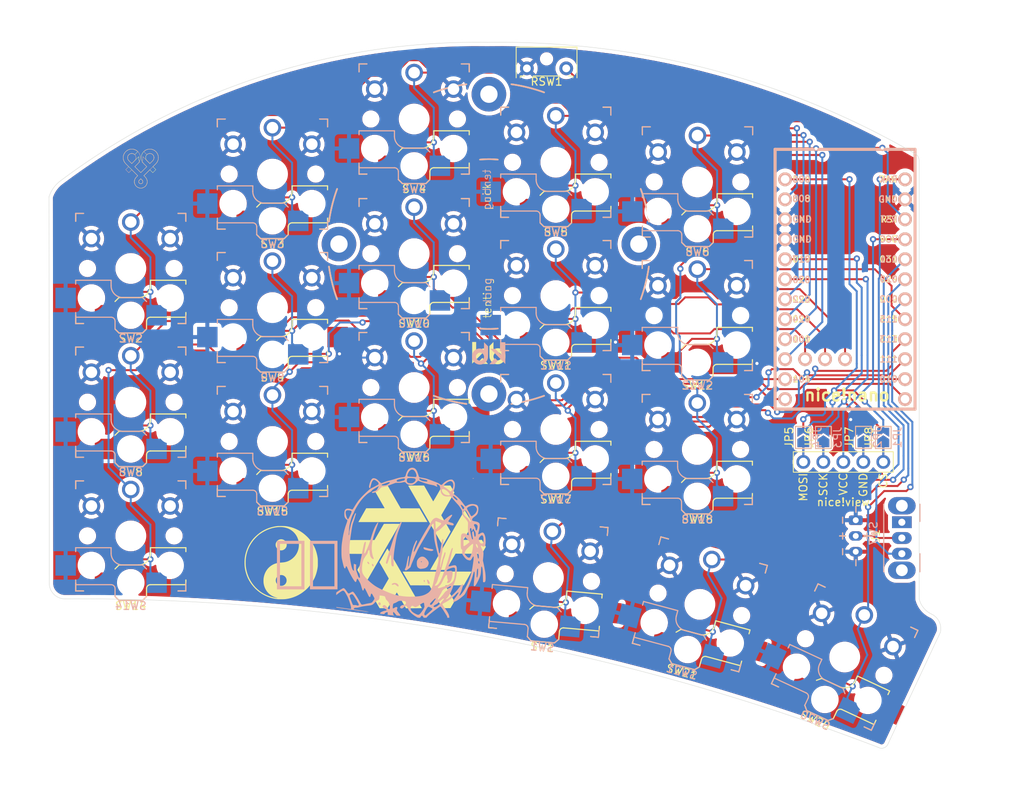
<source format=kicad_pcb>
(kicad_pcb (version 20240108) (generator "pcbnew") (generator_version "8.0")
  (layers (0 "F.Cu" signal) (31 "B.Cu" signal) (34 "B.Paste" user) (35 "F.Paste" user) (36 "B.SilkS" user "B.Silkscreen") (37 "F.SilkS" user "F.Silkscreen") (38 "B.Mask" user) (39 "F.Mask" user) (44 "Edge.Cuts" user))
  (net 0 "")
  (net 1 "gnd")
  (net 2 "vcc")
  (net 3 "Switch18")
  (net 4 "reset")
  (net 5 "Switch1")
  (net 6 "Switch2")
  (net 7 "Switch3")
  (net 8 "Switch4")
  (net 9 "Switch5")
  (net 10 "Switch6")
  (net 11 "Switch7")
  (net 12 "Switch8")
  (net 13 "Switch9")
  (net 14 "Switch10")
  (net 15 "Switch11")
  (net 16 "Switch12")
  (net 17 "Switch13")
  (net 18 "Switch14")
  (net 19 "Switch15")
  (net 20 "Switch16")
  (net 21 "Switch17")
  (net 22 "raw")
  (net 23 "mosi")
  (net 24 "sck")
  (net 25 "nv_cs")
  (net 26 "Net-(J1-Pad2)")
  (net 28 "Net-(Display1-Pad1)")
  (net 29 "Net-(Display1-Pad2)")
  (net 30 "Net-(Display1-Pad4)")
  (net 31 "Net-(Display1-Pad5)")
  (footprint "fingerpunch:Kailh_socket_PG1350_optional_reversible_millmax" (layer "F.Cu") (at 128.012593 64.223504 180)
    (property "Reference" "SW4")
    (property "Value" "SW_Push")
  )
  (footprint "fingerpunch:nice_view" (layer "F.Cu") (at 182.538795 91.340794)
    (property "Reference" "Display1")
    (property "Value" "nice!view")
  )
  (footprint "fingerpunch:Kailh_socket_PG1350_optional_reversible_millmax" (layer "F.Cu") (at 182.712596 132.623502 155)
    (property "Reference" "SW20")
    (property "Value" "SW_Push")
  )
  (footprint "LOGO" (layer "F.Cu") (at 111.122647 120.620209)
    (property "Reference" " ")
    (property "Value" "LOGO" (hide yes))
  )
  (footprint "fingerpunch:fingerpunch-logo-small" (layer "F.Cu") (at 93.285729 70.328502)
    (property "Reference" "REF**")
    (property "Value" "fingerpunch-logo-small")
  )
  (footprint "fingerpunch:Kailh_socket_PG1350_optional_reversible_millmax" (layer "F.Cu") (at 92.012594 83.223504 180)
    (property "Reference" "SW2")
    (property "Value" "SW_Push")
  )
  (footprint "Keebio-Parts:SW_Tactile_SPST_Angled_MJTP1117-no-mount" (layer "F.Cu") (at 142.337594 57.786006)
    (property "Reference" "RSW1")
    (property "Value" "SW_Push")
  )
  (footprint "fingerpunch:nice_nano" (layer "F.Cu") (at 182.762593 85.860254 -90)
    (property "Reference" "U1" (hide yes))
    (property "Value" "nice_nano" (hide yes))
  )
  (footprint "Jumper:SolderJumper-2_P1.3mm_Open_TrianglePad1.0x1.5mm" (layer "F.Cu") (at 185.095729 104.703502 90)
    (property "Reference" "JP7")
    (property "Value" "Jumper_2_Open")
  )
  (footprint "fingerpunch:Kailh_socket_PG1350_optional_reversible_millmax" (layer "F.Cu") (at 163.992594 89.213504 180)
    (property "Reference" "SW12")
    (property "Value" "SW_Push")
  )
  (footprint "Jumper:SolderJumper-2_P1.3mm_Open_TrianglePad1.0x1.5mm" (layer "F.Cu") (at 180.005729 104.708502 90)
    (property "Reference" "JP6")
    (property "Value" "Jumper_2_Open")
  )
  (footprint "fingerpunch:Kailh_socket_PG1350_optional_reversible_millmax" (layer "F.Cu") (at 164.012592 72.223504 180)
    (property "Reference" "SW6")
    (property "Value" "SW_Push")
  )
  (footprint "Jumper:SolderJumper-2_P1.3mm_Open_TrianglePad1.0x1.5mm" (layer "F.Cu") (at 187.615729 104.708502 90)
    (property "Reference" "JP8")
    (property "Value" "Jumper_2_Open")
  )
  (footprint "fingerpunch:JST_PH_S3B-PH-K-keyboard" (layer "F.Cu") (at 184.118795 115.230793 -90)
    (property "Reference" "J1")
    (property "Value" "JST-BATTERY")
  )
  (footprint "fingerpunch:Kailh_socket_PG1350_optional_reversible_millmax" (layer "F.Cu") (at 146.012596 86.673507 180)
    (property "Reference" "SW11")
    (property "Value" "SW_Push")
  )
  (footprint "fingerpunch:Kailh_socket_PG1350_optional_reversible_millmax" (layer "F.Cu") (at 92.012594 117.223501 180)
    (property "Reference" "SW14")
    (property "Value" "SW_Push")
  )
  (footprint "fingerpunch:Kailh_socket_PG1350_optional_reversible_millmax" (layer "F.Cu") (at 110.012593 105.215503 180)
    (property "Reference" "SW15")
    (property "Value" "SW_Push")
  )
  (footprint "fingerpunch:Kailh_socket_PG1350_optional_reversible_millmax" (layer "F.Cu") (at 146.012594 103.691507 180)
    (property "Reference" "SW17")
    (property "Value" "SW_Push")
  )
  (footprint "fingerpunch:Kailh_socket_PG1350_optional_reversible_millmax" (layer "F.Cu") (at 145.062593 122.523502 175)
    (property "Reference" "SW1")
    (property "Value" "SW_Push")
  )
  (footprint "kbd:Tenting_Puck2" (layer "F.Cu") (at 137.512595 80.123505)
    (property "Reference" "REF**")
    (property "Value" "Tenting Puck")
  )
  (footprint "LOGO" (layer "F.Cu") (at 128.122647 118.620209)
    (property "Reference" " ")
    (property "Value" "LOGO" (hide yes))
  )
  (footprint "fingerpunch:Kailh_socket_PG1350_optional_reversible_millmax" (layer "F.Cu") (at 92.012594 100.223504 180)
    (property "Reference" "SW8")
    (property "Value" "SW_Push")
  )
  (footprint "fingerpunch:Kailh_socket_PG1350_optional_reversible_millmax" (layer "F.Cu") (at 110.012596 71.223504 180)
    (property "Reference" "SW3")
    (property "Value" "SW_Push")
  )
  (footprint "fingerpunch:Kailh_socket_PG1350_optional_reversible_millmax" (layer "F.Cu") (at 128.012592 98.357505 180)
    (property "Reference" "SW16")
    (property "Value" "SW_Push")
  )
  (footprint "fingerpunch:Kailh_socket_PG1350_optional_reversible_millmax" (layer "F.Cu") (at 163.986248 106.231504 180)
    (property "Reference" "SW18")
    (property "Value" "SW_Push")
  )
  (footprint "fingerpunch:Kailh_socket_PG1350_optional_reversible_millmax" (layer "F.Cu") (at 146.012594 69.723505 180)
    (property "Reference" "SW5")
    (property "Value" "SW_Push")
  )
  (footprint "fingerpunch:Kailh_socket_PG1350_optional_reversible_millmax" (layer "F.Cu") (at 164.312592 125.923505 165)
    (property "Reference" "SW21")
    (property "Value" "SW_Push")
  )
  (footprint "Jumper:SolderJumper-2_P1.3mm_Open_TrianglePad1.0x1.5mm" (layer "F.Cu") (at 177.455729 104.708502 90)
    (property "Reference" "JP5")
    (property "Value" "Jumper_2_Open")
  )
  (footprint "fingerpunch:Kailh_socket_PG1350_optional_reversible_millmax" (layer "F.Cu") (at 128.012595 81.339504 180)
    (property "Reference" "SW10")
    (property "Value" "SW_Push")
  )
  (footprint "fingerpunch:Kailh_socket_PG1350_optional_reversible_millmax" (layer "F.Cu") (at 110.012596 88.197504 180)
    (property "Reference" "SW9")
    (property "Value" "SW_Push")
  )
  (footprint "fingerpunch:SW_CuK_OS102011MA1QN1_SPDT_Angled" (layer "B.Cu") (at 189.975729 115.488502 -90)
    (property "Reference" "SW7")
    (property "Value" "SW_DPDT")
  )
  (footprint "Jumper:SolderJumper-2_P1.3mm_Open_TrianglePad1.0x1.5mm" (layer "B.Cu") (at 180.005729 104.708502 90)
    (property "Reference" "JP3")
    (property "Value" "Jumper_2_Open")
  )
  (footprint "fingerpunch:fingerpunch-logo-small" (layer "B.Cu") (at 93.285729 70.328502 180)
    (property "Reference" "REF**")
    (property "Value" "fingerpunch-logo-small")
  )
  (footprint "LOGO" (layer "B.Cu") (at 128.122647 117.620209 180)
    (property "Reference" " ")
    (property "Value" "LOGO" (hide yes))
  )
  (footprint "Jumper:SolderJumper-2_P1.3mm_Open_TrianglePad1.0x1.5mm" (layer "B.Cu") (at 187.615729 104.708502 90)
    (property "Reference" "JP1")
    (property "Value" "Jumper_2_Open")
  )
  (footprint "Jumper:SolderJumper-2_P1.3mm_Open_TrianglePad1.0x1.5mm" (layer "B.Cu") (at 185.095729 104.708502 90)
    (property "Reference" "JP2")
    (property "Value" "Jumper_2_Open")
  )
  (footprint "Jumper:SolderJumper-2_P1.3mm_Open_TrianglePad1.0x1.5mm" (layer "B.Cu") (at 177.455729 104.708502 90)
    (property "Reference" "JP4")
    (property "Value" "Jumper_2_Open")
  )
  (gr_line (start 194.865609 129.495665) (end 188.175213 143.768739) (stroke (width 0.05)) (layer "Edge.Cuts"))
  (gr_arc (start 83.700594 125.224627) (mid 136.214649 129.849161) (end 186.968386 144.102946) (stroke (width 0.05)) (layer "Edge.Cuts"))
  (gr_line (start 81.622647 74.120209) (end 81.662846 123.388528) (stroke (width 0.05)) (layer "Edge.Cuts"))
  (gr_arc (start 191.812594 68.723505) (mid 192.082515 69.085344) (end 192.174595 69.527278) (stroke (width 0.05)) (layer "Edge.Cuts"))
  (gr_arc (start 83.049589 72.106505) (mid 108.714151 58.777534) (end 137.312596 54.481013) (stroke (width 0.05)) (layer "Edge.Cuts"))
  (gr_arc (start 83.700594 125.224627) (mid 82.313154 124.715621) (end 81.662846 123.388528) (stroke (width 0.05)) (layer "Edge.Cuts"))
  (gr_arc (start 193.715609 127.145666) (mid 194.714155 128.113398) (end 194.865609 129.495665) (stroke (width 0.05)) (layer "Edge.Cuts"))
  (gr_arc (start 193.715609 127.145666) (mid 192.729004 126.357835) (end 192.174594 125.223504) (stroke (width 0.05)) (layer "Edge.Cuts"))
  (gr_arc (start 188.175213 143.768739) (mid 187.642072 144.189617) (end 186.968386 144.102946) (stroke (width 0.05)) (layer "Edge.Cuts"))
  (gr_line (start 192.174595 69.527278) (end 192.174594 125.223504) (stroke (width 0.05)) (layer "Edge.Cuts"))
  (gr_arc (start 137.312596 54.481013) (mid 165.533994 57.885124) (end 191.812594 68.723505) (stroke (width 0.05)) (layer "Edge.Cuts"))
  (gr_arc (start 81.622647 74.120209) (mid 82.179516 73.002386) (end 83.049589 72.106505) (stroke (width 0.05)) (layer "Edge.Cuts"))
  (gr_text "レム" (at 118.622647 123.620209 -0) (layer "B.SilkS") (effects (font (size 5 5) (thickness 0.875)) (justify left bottom mirror)))
  (segment (start 118.525729 92.185637) (end 118.287596 91.947504) (width 0.25) (layer "F.Cu") (net 1))
  (segment (start 153.595729 92.588502) (end 153.595729 91.115374) (width 0.25) (layer "F.Cu") (net 1))
  (segment (start 183.475729 102.428502) (end 181.560729 102.428502) (width 0.25) (layer "F.Cu") (net 1))
  (segment (start 118.525729 94.078502) (end 118.525729 92.185637) (width 0.25) (layer "F.Cu") (net 1))
  (segment (start 172.267594 94.596637) (end 172.267594 92.963504) (width 0.25) (layer "F.Cu") (net 1))
  (segment (start 153.595729 91.115374) (end 154.287596 90.423507) (width 0.25) (layer "F.Cu") (net 1))
  (segment (start 181.560729 102.428502) (end 180.005729 103.983502) (width 0.25) (layer "F.Cu") (net 1))
  (segment (start 171.565729 95.298502) (end 172.267594 94.596637) (width 0.25) (layer "F.Cu") (net 1))
  (via (at 171.565729 95.298502) (size 0.8) (drill 0.4) (layers "F.Cu" "B.Cu") (net 1))
  (via (at 183.475729 102.428502) (size 0.8) (drill 0.4) (layers "F.Cu" "B.Cu") (net 1))
  (via (at 153.595729 92.588502) (size 0.8) (drill 0.4) (layers "F.Cu" "B.Cu") (net 1))
  (via (at 118.525729 94.078502) (size 0.8) (drill 0.4) (layers "F.Cu" "B.Cu") (net 1))
  (segment (start 119.004732 94.557505) (end 118.525729 94.078502) (width 0.25) (layer "B.Cu") (net 1))
  (segment (start 171.575729 95.288502) (end 171.565729 95.298502) (width 0.25) (layer "B.Cu") (net 1))
  (segment (start 155.717594 92.963504) (end 153.970731 92.963504) (width 0.25) (layer "B.Cu") (net 1))
  (segment (start 123.012592 94.557505) (end 119.004732 94.557505) (width 0.25) (layer "B.Cu") (net 1))
  (segment (start 153.970731 92.963504) (end 153.595729 92.588502) (width 0.25) (layer "B.Cu") (net 1))
  (segment (start 168.992594 85.413504) (end 171.575729 87.996639) (width 0.25) (layer "B.Cu") (net 1))
  (segment (start 185.030729 103.983502) (end 183.475729 102.428502) (width 0.25) (layer "B.Cu") (net 1))
  (segment (start 171.575729 87.996639) (end 171.575729 93.858502) (width 0.25) (layer "B.Cu") (net 1))
  (segment (start 185.095729 103.983502) (end 185.030729 103.983502) (width 0.25) (layer "B.Cu") (net 1))
  (segment (start 171.575729 93.858502) (end 171.575729 95.288502) (width 0.25) (layer "B.Cu") (net 1))
  (segment (start 186.317481 79.510254) (end 190.382593 79.510254) (width 0.25) (layer "F.Cu") (net 2))
  (via (at 186.317481 79.510254) (size 0.8) (drill 0.4) (layers "F.Cu" "B.Cu") (net 2))
  (segment (start 186.317481 97.61675) (end 186.317481 79.510254) (width 0.25) (layer "B.Cu") (net 2))
  (segment (start 182.538795 107.820794) (end 182.538795 101.395436) (width 0.25) (layer "B.Cu") (net 2))
  (segment (start 182.538795 101.395436) (end 186.317481 97.61675) (width 0.25) (layer "B.Cu") (net 2))
  (segment (start 181.658657 112.980563) (end 175.548658 119.090563) (width 0.25) (layer "F.Cu") (net 3))
  (segment (start 188.865729 110.088502) (end 186.540718 110.088502) (width 0.25) (layer "F.Cu") (net 3))
  (segment (start 186.540718 110.088502) (end 183.648657 112.980562) (width 0.25) (layer "F.Cu") (net 3))
  (segment (start 141.306712 127.770208) (end 144.124725 125.405614) (width 0.25) (layer "F.Cu") (net 3))
  (segment (start 156.304505 115.959803) (end 147.339031 115.175426) (width 0.25) (layer "F.Cu") (net 3))
  (segment (start 167.988657 119.090562) (end 156.304505 115.959803) (width 0.25) (layer "F.Cu") (net 3))
  (segment (start 183.648657 112.980562) (end 181.658657 112.980563) (width 0.25) (layer "F.Cu") (net 3))
  (segment (start 147.339031 115.175426) (end 146.726367 115.689512) (width 0.25) (layer "F.Cu") (net 3))
  (segment (start 175.548658 119.090563) (end 167.988657 119.090562) (width 0.25) (layer "F.Cu") (net 3))
  (segment (start 146.717571 115.688742) (end 145.576812 116.645953) (width 0.25) (layer "F.Cu") (net 3))
  (segment (start 146.726367 115.689512) (end 146.717571 115.688742) (width 0.25) (layer "F.Cu") (net 3))
  (segment (start 144.124725 125.405614) (end 147.282663 125.681898) (width 0.25) (layer "F.Cu") (net 3))
  (segment (start 141.273462 128.150266) (end 141.306712 127.770208) (width 0.25) (layer "F.Cu") (net 3))
  (via (at 147.282663 125.681898) (size 0.8) (drill 0.4) (layers "F.Cu" "B.Cu") (net 3))
  (via (at 188.865729 110.088502) (size 0.8) (drill 0.4) (layers "F.Cu" "B.Cu") (net 3))
  (segment (start 147.282663 125.681898) (end 147.666148 121.298642) (width 0.25) (layer "B.Cu") (net 3))
  (segment (start 190.195729 103.168502) (end 190.195729 107.038502) (width 0.25) (layer "B.Cu") (net 3))
  (segment (start 187.675729 84.757118) (end 187.675729 100.648502) (width 0.25) (layer "B.Cu") (net 3))
  (segment (start 147.798537 128.721136) (end 147.852043 128.109559) (width 0.25) (layer "B.Cu") (net 3))
  (segment (start 147.144085 127.265849) (end 147.282663 125.681898) (width 0.25) (layer "B.Cu") (net 3))
  (segment (start 145.397004 118.59438) (end 145.568794 116.630794) (width 0.25) (layer "B.Cu") (net 3))
  (segment (start 190.195729 108.758502) (end 188.865729 110.088502) (width 0.25) (layer "B.Cu") (net 3))
  (segment (start 147.666148 121.298642) (end 145.397004 118.59438) (width 0.25) (layer "B.Cu") (net 3))
  (segment (start 190.382593 82.050254) (end 187.675729 84.757118) (width 0.25) (layer "B.Cu") (net 3))
  (segment (start 147.852043 128.109559) (end 147.144085 127.265849) (width 0.25) (layer "B.Cu") (net 3))
  (segment (start 187.675729 100.648502) (end 190.195729 103.168502) (width 0.25) (layer "B.Cu") (net 3))
  (segment (start 190.195729 107.038502) (end 190.195729 108.758502) (width 0.25) (layer "B.Cu") (net 3))
  (segment (start 180.558888 67.890793) (end 177.178657 64.510562) (width 0.25) (layer "F.Cu") (net 4))
  (segment (start 173.508657 64.510562) (end 169.678658 60.680562) (width 0.25) (layer "F.Cu") (net 4))
  (segment (start 147.337593 57.786007) (end 150.232149 60.680562) (width 0.25) (layer "F.Cu") (net 4))
  (segment (start 150.232149 60.680562) (end 169.678658 60.680562) (width 0.25) (layer "F.Cu") (net 4))
  (segment (start 177.178657 64.510562) (end 173.508657 64.510562) (width 0.25) (layer "F.Cu") (net 4))
  (segment (start 187.498796 67.890793) (end 180.558888 67.890793) (width 0.25) (layer "F.Cu") (net 4))
  (via (at 187.498796 67.890793) (size 0.8) (drill 0.4) (layers "F.Cu" "B.Cu") (net 4))
  (segment (start 190.382593 76.970254) (end 188.185729 74.77339) (width 0.25) (layer "B.Cu") (net 4))
  (segment (start 188.185729 68.577726) (end 187.498796 67.890793) (width 0.25) (layer "B.Cu") (net 4))
  (segment (start 188.185729 74.77339) (end 188.185729 68.577726) (width 0.25) (layer "B.Cu") (net 4))
  (segment (start 88.733795 89.180793) (end 88.733796 88.799286) (width 0.25) (layer "F.Cu") (net 5))
  (segment (start 102.455537 66.880562) (end 92.012595 77.323504) (width 0.25) (layer "F.Cu") (net 5))
  (segment (start 169.148658 61.470563) (end 148.558657 61.470563) (width 0.25) (layer "F.Cu") (net 5))
  (segment (start 91.334996 86.198082) (end 94.504996 86.198082) (width 0.25) (layer "F.Cu") (net 5))
  (segment (start 88.733796 88.799286) (end 91.334996 86.198082) (width 0.25) (layer "F.Cu") (net 5))
  (segment (start 103.198658 66.880562) (end 102.455537 66.880562) (width 0.25) (layer "F.Cu") (net 5))
  (segment (start 139.028657 56.810562) (end 129.898656 56.810562) (width 0.25) (layer "F.Cu") (net 5))
  (segment (start 147.608658 60.520562) (end 142.738658 60.520562) (width 0.25) (layer "F.Cu") (net 5))
  (segment (start 129.028657 55.940562) (end 127.028658 55.940562) (width 0.25) (layer "F.Cu") (net 5))
  (segment (start 116.238657 63.720562) (end 106.358657 63.720562) (width 0.25) (layer "F.Cu") (net 5))
  (segment (start 173.078658 65.400561) (end 169.148658 61.470563) (width 0.25) (layer "F.Cu") (net 5))
  (segment (start 142.738658 60.520562) (end 139.028657 56.810562) (width 0.25) (layer "F.Cu") (net 5))
  (segment (start 124.948658 58.020562) (end 121.938657 58.020563) (width 0.25) (layer "F.Cu") (net 5))
  (segment (start 148.558657 61.470563) (end 147.608658 60.520562) (width 0.25) (layer "F.Cu") (net 5))
  (segment (start 176.638657 65.400562) (end 173.078658 65.400561) (width 0.25) (layer "F.Cu") (net 5))
  (segment (start 129.898656 56.810562) (end 129.028657 55.940562) (width 0.25) (layer "F.Cu") (net 5))
  (segment (start 127.028658 55.940562) (end 124.948658 58.020562) (width 0.25) (layer "F.Cu") (net 5))
  (segment (start 106.358657 63.720562) (end 103.198658 66.880562) (width 0.25) (layer "F.Cu") (net 5))
  (segment (start 121.938657 58.020563) (end 116.238657 63.720562) (width 0.25) (layer "F.Cu") (net 5))
  (via (at 94.504996 86.198082) (size 0.8) (drill 0.4) (layers "F.Cu" "B.Cu") (net 5))
  (via (at 176.638657 65.400562) (size 0.8) (drill 0.4) (layers "F.Cu" "B.Cu") (net 5))
  (segment (start 94.504998 81.798083) (end 92.008795 79.301882) (width 0.25) (layer "B.Cu") (net 5))
  (segment (start 94.504997 87.788083) (end 94.504996 86.198082) (width 0.25) (layer "B.Cu") (net 5))
  (segment (start 175.142593 74.430254) (end 176.638657 72.93419) (width 0.25) (layer "B.Cu") (net 5))
  (segment (start 176.638657 72.795574) (end 176.638657 65.400562) (width 0.25) (layer "B.Cu") (net 5))
  (segment (start 176.638657 72.93419) (end 176.638657 72.795574) (width 0.25) (layer "B.Cu") (net 5))
  (segment (start 95.283793 88.56688) (end 94.504997 87.788083) (width 0.25) (layer "B.Cu") (net 5))
  (segment (start 94.504996 86.198082) (end 94.504998 81.798083) (width 0.25) (layer "B.Cu") (net 5))
  (segment (start 92.008795 79.301882) (end 92.008794 77.330793) (width 0.25) (layer "B.Cu") (net 5))
  (segment (start 95.283796 89.180792) (end 95.283793 88.56688) (width 0.25) (layer "B.Cu") (net 5))
  (segment (start 172.708657 66.280562) (end 168.628657 62.200561) (width 0.25) (layer "F.Cu") (net 6))
  (segment (start 129.528657 57.610561) (end 128.668657 56.750563) (width 0.25) (layer "F.Cu") (net 6))
  (segment (start 142.638658 61.300562) (end 138.948657 57.610562) (width 0.25) (layer "F.Cu") (net 6))
  (segment (start 127.318658 56.750562) (end 125.338657 58.730562) (width 0.25) (layer "F.Cu") (net 6))
  (segment (start 147.148657 61.300562) (end 142.638658 61.300562) (width 0.25) (layer "F.Cu") (net 6))
  (segment (start 106.733796 77.170793) (end 106.733796 76.789285) (width 0.25) (layer "F.Cu") (net 6))
  (segment (start 148.048657 62.200562) (end 147.148657 61.300562) (width 0.25) (layer "F.Cu") (net 6))
  (segment (start 168.628657 62.200561) (end 148.048657 62.200562) (width 0.25) (layer "F.Cu") (net 6))
  (segment (start 106.733796 76.789285) (end 109.334996 74.188081) (width 0.25) (layer "F.Cu") (net 6))
  (segment (start 177.478658 66.280562) (end 172.708657 66.280562) (width 0.25) (layer "F.Cu") (net 6))
  (segment (start 125.338657 58.730562) (end 122.488658 58.730562) (width 0.25) (layer "F.Cu") (net 6))
  (segment (start 115.895715 65.323503) (end 110.012596 65.323505) (width 0.25) (layer "F.Cu") (net 6))
  (segment (start 138.948657 57.610562) (end 129.528657 57.610561) (width 0.25) (layer "F.Cu") (net 6))
  (segment (start 128.668657 56.750563) (end 127.318658 56.750562) (width 0.25) (layer "F.Cu") (net 6))
  (segment (start 109.334996 74.188081) (end 112.504997 74.188081) (width 0.25) (layer "F.Cu") (net 6))
  (segment (start 122.488658 58.730562) (end 115.895715 65.323503) (width 0.25) (layer "F.Cu") (net 6))
  (via (at 177.478658 66.280562) (size 0.8) (drill 0.4) (layers "F.Cu" "B.Cu") (net 6))
  (via (at 112.504997 74.188081) (size 0.8) (drill 0.4) (layers "F.Cu" "B.Cu") (net 6))
  (segment (start 112.504998 69.788083) (end 110.008794 67.291882) (width 0.25) (layer "B.Cu") (net 6))
  (segment (start 112.504998 75.778084) (end 112.504997 74.188081) (width 0.25) (layer "B.Cu") (net 6))
  (segment (start 110.008794 67.291882) (end 110.008795 65.320794) (width 0.25) (layer "B.Cu") (net 6))
  (segment (start 113.283796 76.556881) (end 112.504998 75.778084) (width 0.25) (layer "B.Cu") (net 6))
  (segment (start 113.283794 77.170792) (end 113.283796 76.556881) (width 0.25) (layer "B.Cu") (net 6))
  (segment (start 112.504997 74.188081) (end 112.504998 69.788083) (width 0.25) (layer "B.Cu") (net 6))
  (segment (start 177.478657 84.79419) (end 177.478658 66.280562) (width 0.25) (layer "B.Cu") (net 6))
  (segment (start 175.142593 87.130254) (end 177.478657 84.79419) (width 0.25) (layer "B.Cu") (net 6))
  (segment (start 138.821599 58.323504) (end 128.012594 58.323505) (width 0.25) (layer "F.Cu") (net 7))
  (segment (start 147.518657 63.000562) (end 146.658657 62.140562) (width 0.25) (layer "F.Cu") (net 7))
  (segment (start 172.368658 67.120562) (end 168.248658 63.000562) (width 0.25) (layer "F.Cu") (net 7))
  (segment (start 178.268657 67.120563) (end 172.368658 67.120562) (width 0.25) (layer "F.Cu") (net 7))
  (segment (start 124.737593 69.791995) (end 127.338796 67.190793) (width 0.25) (layer "F.Cu") (net 7))
  (segment (start 127.338796 67.190793) (end 130.508795 67.190795) (width 0.25) (layer "F.Cu") (net 7))
  (segment (start 168.248658 63.000562) (end 147.518657 63.000562) (width 0.25) (layer "F.Cu") (net 7))
  (segment (start 146.658657 62.140562) (end 142.638657 62.140562) (width 0.25) (layer "F.Cu") (net 7))
  (segment (start 142.638657 62.140562) (end 138.821599 58.323504) (width 0.25) (layer "F.Cu") (net 7))
  (segment (start 124.737593 70.173504) (end 124.737593 69.791995) (width 0.25) (layer "F.Cu") (net 7))
  (via (at 130.508795 67.190795) (size 0.8) (drill 0.4) (layers "F.Cu" "B.Cu") (net 7))
  (via (at 178.268657 67.120563) (size 0.8) (drill 0.4) (layers "F.Cu" "B.Cu") (net 7))
  (segment (start 131.287594 70.173504) (end 131.287593 69.559589) (width 0.25) (layer "B.Cu") (net 7))
  (segment (start 175.142593 89.670255) (end 178.268657 86.544191) (width 0.25) (layer "B.Cu") (net 7))
  (segment (start 130.508796 62.790793) (end 128.012593 60.294592) (width 0.25) (layer "B.Cu") (net 7))
  (segment (start 131.287593 69.559589) (end 130.508795 68.780794) (width 0.25) (layer "B.Cu") (net 7))
  (segment (start 178.268657 86.544191) (end 178.268657 67.120563) (width 0.25) (layer "B.Cu") (net 7))
  (segment (start 130.508795 68.780794) (end 130.508795 67.190795) (width 0.25) (layer "B.Cu") (net 7))
  (segment (start 128.012593 60.294592) (end 128.012593 58.323504) (width 0.25) (layer "B.Cu") (net 7))
  (segment (start 130.508795 67.190795) (end 130.508796 62.790793) (width 0.25) (layer "B.Cu") (net 7))
  (segment (start 142.732806 75.287761) (end 145.334007 72.686559) (width 0.25) (layer "F.Cu") (net 8))
  (segment (start 179.078658 67.960562) (end 172.048657 67.960563) (width 0.25) (layer "F.Cu") (net 8))
  (segment (start 167.9116 63.823505) (end 146.012594 63.823505) (width 0.25) (layer "F.Cu") (net 8))
  (segment (start 142.732806 75.669272) (end 142.732806 75.287761) (width 0.25) (layer "F.Cu") (net 8))
  (segment (start 145.334007 72.686559) (end 148.504007 72.686558) (width 0.25) (layer "F.Cu") (net 8))
  (segment (start 172.048657 67.960563) (end 167.9116 63.823505) (width 0.25) (layer "F.Cu") (net 8))
  (via (at 179.078658 67.960562) (size 0.8) (drill 0.4) (layers "F.Cu" "B.Cu") (net 8))
  (via (at 148.504007 72.686558) (size 0.8) (drill 0.4) (layers "F.Cu" "B.Cu") (net 8))
  (segment (start 179.078657 88.27419) (end 179.078658 67.960562) (width 0.25) (layer "B.Cu") (net 8))
  (segment (start 148.504007 72.686558) (end 148.504008 68.286559) (width 0.25) (layer "B.Cu") (net 8))
  (segment (start 149.282805 75.055358) (end 148.504008 74.276558) (width 0.25) (layer "B.Cu") (net 8))
  (segment (start 148.504008 68.286559) (end 146.007807 65.790358) (width 0.25) (layer "B.Cu") (net 8))
  (segment (start 146.007807 65.790358) (end 146.007807 63.81927) (width 0.25) (layer "B.Cu") (net 8))
  (segment (start 175.142593 92.210254) (end 179.078657 88.27419) (width 0.25) (layer "B.Cu") (net 8))
  (segment (start 148.504008 74.276558) (end 148.504007 72.686558) (width 0.25) (layer "B.Cu") (net 8))
  (segment (start 149.282806 75.66927) (end 149.282805 75.055358) (width 0.25) (layer "B.Cu") (net 8))
  (segment (start 171.828657 68.800563) (end 169.351599 66.323504) (width 0.25) (layer "F.Cu") (net 9))
  (segment (start 160.732944 78.169922) (end 160.732944 77.788413) (width 0.25) (layer "F.Cu") (net 9))
  (segment (start 179.868657 68.800562) (end 171.828657 68.800563) (width 0.25) (layer "F.Cu") (net 9))
  (segment (start 169.351599 66.323504) (end 164.012593 66.323504) (width 0.25) (layer "F.Cu") (net 9))
  (segment (start 163.334145 75.18721) (end 166.504145 75.187211) (width 0.25) (layer "F.Cu") (net 9))
  (segment (start 160.732944 77.788413) (end 163.334145 75.18721) (width 0.25) (layer "F.Cu") (net 9))
  (via (at 166.504145 75.187211) (size 0.8) (drill 0.4) (layers "F.Cu" "B.Cu") (net 9))
  (via (at 179.868657 68.800562) (size 0.8) (drill 0.4) (layers "F.Cu" "B.Cu") (net 9))
  (segment (start 167.282945 77.556009) (end 166.504146 76.777212) (width 0.25) (layer "B.Cu") (net 9))
  (segment (start 167.282944 78.169923) (end 167.282945 77.556009) (width 0.25) (layer "B.Cu") (net 9))
  (segment (start 166.504147 70.787211) (end 164.007944 68.291009) (width 0.25) (layer "B.Cu") (net 9))
  (segment (start 179.868658 90.02419) (end 179.868657 68.800562) (width 0.25) (layer "B.Cu") (net 9))
  (segment (start 166.504145 75.187211) (end 166.504147 70.787211) (width 0.25) (layer "B.Cu") (net 9))
  (segment (start 166.504146 76.777212) (end 166.504145 75.187211) (width 0.25) (layer "B.Cu") (net 9))
  (segment (start 175.142593 94.750255) (end 179.868658 90.02419) (width 0.25) (layer "B.Cu") (net 9))
  (segment (start 164.007944 68.291009) (end 164.007944 66.319922) (width 0.25) (layer "B.Cu") (net 9))
  (segment (start 114.83102 89.422926) (end 114.828657 89.420562) (width 0.25) (layer "F.Cu") (net 10))
  (segment (start 91.334997 103.188082) (end 94.504998 103.188082) (width 0.25) (layer "F.Cu") (net 10))
  (segment (start 114.828657 89.420562) (end 112.478657 89.420563) (width 0.25) (layer "F.Cu") (net 10))
  (segment (start 158.96835 97.290254) (end 156.248657 94.570562) (width 0.25) (layer "F.Cu") (net 10))
  (segment (start 107.108657 90.480562) (end 106.538658 89.910562) (width 0.25) (layer "F.Cu") (net 10))
  (segment (start 175.142594 97.290254) (end 158.96835 97.290254) (width 0.25) (layer "F.Cu") (net 10))
  (segment (start 111.418657 90.480562) (end 107.108657 90.480562) (width 0.25) (layer "F.Cu") (net 10))
  (segment (start 116.848657 89.230562) (end 116.656295 89.422925) (width 0.25) (layer "F.Cu") (net 10))
  (segment (start 156.248657 94.570562) (end 141.028658 94.570563) (width 0.25) (layer "F.Cu") (net 10))
  (segment (start 116.656295 89.422925) (end 114.83102 89.422926) (width 0.25) (layer "F.Cu") (net 10))
  (segment (start 106.538658 89.910562) (end 96.508657 89.910563) (width 0.25) (layer "F.Cu") (net 10))
  (segment (start 112.478657 89.420563) (end 111.418657 90.480562) (width 0.25) (layer "F.Cu") (net 10))
  (segment (start 88.733795 105.789285) (end 91.334997 103.188082) (width 0.25) (layer "F.Cu") (net 10))
  (segment (start 88.733795 106.170793) (end 88.733795 105.789285) (width 0.25) (layer "F.Cu") (net 10))
  (segment (start 96.508657 89.910563) (end 92.095715 94.323504) (width 0.25) (layer "F.Cu") (net 10))
  (segment (start 92.095715 94.323504) (end 92.012594 94.323504) (width 0.25) (layer "F.Cu") (net 10))
  (segment (start 135.688657 89.230562) (end 116.848657 89.230562) (width 0.25) (layer "F.Cu") (net 10))
  (segment (start 141.028658 94.570563) (end 135.688657 89.230562) (width 0.25) (layer "F.Cu") (net 10))
  (via (at 94.504998 103.188082) (size 0.8) (drill 0.4) (layers "F.Cu" "B.Cu") (net 10))
  (segment (start 95.283795 105.556881) (end 94.504998 104.778081) (width 0.25) (layer "B.Cu") (net 10))
  (segment (start 95.283794 106.170792) (end 95.283795 105.556881) (width 0.25) (layer "B.Cu") (net 10))
  (segment (start 92.008796 96.29188) (end 92.008795 94.320794) (width 0.25) (layer "B.Cu") (net 10))
  (segment (start 94.504998 104.778081) (end 94.504998 103.188082) (width 0.25) (layer "B.Cu") (net 10))
  (segment (start 94.504997 98.788083) (end 92.008796 96.29188) (width 0.25) (layer "B.Cu") (net 10))
  (segment (start 94.504998 103.188082) (end 94.504997 98.788083) (width 0.25) (layer "B.Cu") (net 10))
  (segment (start 155.778657 95.870563) (end 140.328657 95.870562) (width 0.25) (layer "F.Cu") (net 11))
  (segment (start 175.142593 99.830254) (end 173.158349 99.830254) (width 0.25) (layer "F.Cu") (net 11))
  (segment (start 120.928658 91.090563) (end 119.688658 89.850562) (width 0.25) (layer "F.Cu") (net 11))
  (segment (start 119.688658 89.850562) (end 117.078658 89.850562) (width 0.25) (layer "F.Cu") (net 11))
  (segment (start 106.733379 93.758275) (end 109.33458 91.157073) (width 0.25) (layer "F.Cu") (net 11))
  (segment (start 106.73338 94.139784) (end 106.733379 93.758275) (width 0.25) (layer "F.Cu") (net 11))
  (segment (start 113.601091 90.060562) (end 112.50458 91.157072) (width 0.25) (layer "F.Cu") (net 11))
  (segment (start 173.158349 99.830254) (end 171.808657 98.480562) (width 0.25) (layer "F.Cu") (net 11))
  (segment (start 117.078658 89.850562) (end 116.868657 90.060563) (width 0.25) (layer "F.Cu") (net 11))
  (segment (start 171.808657 98.480562) (end 158.388658 98.480562) (width 0.25) (layer "F.Cu") (net 11))
  (segment (start 109.33458 91.157073) (end 112.50458 91.157072) (width 0.25) (layer "F.Cu") (net 11))
  (segment (start 122.488657 90.610562) (end 122.008658 91.090562) (width 0.25) (layer "F.Cu") (net 11))
  (segment (start 135.068658 90.610562) (end 122.488657 90.610562) (width 0.25) (layer "F.Cu") (net 11))
  (segment (start 122.008658 91.090562) (end 120.928658 91.090563) (width 0.25) (layer "F.Cu") (net 11))
  (segment (start 158.388658 98.480562) (end 155.778657 95.870563) (width 0.25) (layer "F.Cu") (net 11))
  (segment (start 140.328657 95.870562) (end 135.068658 90.610562) (width 0.25) (layer "F.Cu") (net 11))
  (segment (start 116.868657 90.060563) (end 113.601091 90.060562) (width 0.25) (layer "F.Cu") (net 11))
  (via (at 112.50458 91.157072) (size 0.8) (drill 0.4) (layers "F.Cu" "B.Cu") (net 11))
  (segment (start 113.283379 94.139785) (end 113.283378 93.525872) (width 0.25) (layer "B.Cu") (net 11))
  (segment (start 110.008379 84.260872) (end 110.008379 82.289784) (width 0.25) (layer "B.Cu") (net 11))
  (segment (start 112.50458 92.747073) (end 112.50458 91.157072) (width 0.25) (layer "B.Cu") (net 11))
  (segment (start 112.504581 86.757073) (end 110.008379 84.260872) (width 0.25) (layer "B.Cu") (net 11))
  (segment (start 112.50458 91.157072) (end 112.504581 86.757073) (width 0.25) (layer "B.Cu") (net 11))
  (segment (start 113.283378 93.525872) (end 112.50458 92.747073) (width 0.25) (layer "B.Cu") (net 11))
  (segment (start 177.682593 92.324499) (end 176.288658 90.930562) (width 0.25) (layer "F.Cu") (net 12))
  (segment (start 158.038658 90.820562) (end 155.528658 88.310562) (width 0.25) (layer "F.Cu") (net 12))
  (segment (start 143.078658 88.200562) (end 132.898658 88.200562) (width 0.25) (layer "F.Cu") (net 12))
  (segment (start 148.148657 88.310562) (end 147.538658 88.920562) (width 0.25) (layer "F.Cu") (net 12))
  (segment (start 177.682593 94.750253) (end 177.682593 92.324499) (width 0.25) (layer "F.Cu") (net 12))
  (segment (start 124.733795 86.909284) (end 127.334997 84.308082) (width 0.25) (layer "F.Cu") (net 12))
  (segment (start 166.168658 90.930562) (end 165.618657 91.480562) (width 0.25) (layer "F.Cu") (net 12))
  (segment (start 155.528658 88.310562) (end 148.148657 88.310562) (width 0.25) (layer "F.Cu") (net 12))
  (segment (start 127.334997 84.308082) (end 130.504997 84.308082) (width 0.25) (layer "F.Cu") (net 12))
  (segment (start 165.618657 91.480562) (end 160.998658 91.480562) (width 0.25) (layer "F.Cu") (net 12))
  (segment (start 130.504996 85.806901) (end 130.504997 84.308082) (width 0.25) (layer "F.Cu") (net 12))
  (segment (start 147.538658 88.920562) (end 143.798657 88.920562) (width 0.25) (layer "F.Cu") (net 12))
  (segment (start 160.998658 91.480562) (end 160.338657 90.820562) (width 0.25) (layer "F.Cu") (net 12))
  (segment (start 143.798657 88.920562) (end 143.078658 88.200562) (width 0.25) (layer "F.Cu") (net 12))
  (segment (start 176.288658 90.930562) (end 166.168658 90.930562) (width 0.25) (layer "F.Cu") (net 12))
  (segment (start 160.338657 90.820562) (end 158.038658 90.820562) (width 0.25) (layer "F.Cu") (net 12))
  (segment (start 124.733794 87.290794) (end 124.733795 86.909284) (width 0.25) (layer "F.Cu") (net 12))
  (segment (start 132.898658 88.200562) (end 130.504996 85.806901) (width 0.25) (layer "F.Cu") (net 12))
  (via (at 130.504997 84.308082) (size 0.8) (drill 0.4) (layers "F.Cu" "B.Cu") (net 12))
  (segment (start 131.283794 86.676881) (end 130.504996 85.898082) (width 0.25) (layer "B.Cu") (net 12))
  (segment (start 130.504997 79.908082) (end 128.008795 77.41188) (width 0.25) (layer "B.Cu") (net 12))
  (segment (start 131.283796 87.290794) (end 131.283794 86.676881) (width 0.25) (layer "B.Cu") (net 12))
  (segment (start 130.504997 84.308082) (end 130.504997 79.908082) (width 0.25) (layer "B.Cu") (net 12))
  (segment (start 130.504996 85.898082) (end 130.504997 84.308082) (width 0.25) (layer "B.Cu") (net 12))
  (segment (start 128.008795 77.41188) (end 128.008795 75.440793) (width 0.25) (layer "B.Cu") (net 12))
  (segment (start 155.188657 87.740563) (end 152.658657 85.210562) (width 0.25) (layer "F.Cu") (net 13))
  (segment (start 176.678657 88.410562) (end 171.838657 88.410562) (width 0.25) (layer "F.Cu") (net 13))
  (segment (start 142.733781 92.620785) (end 142.733781 92.239277) (width 0.25) (layer "F.Cu") (net 13))
  (segment (start 166.288656 87.790563) (end 165.398657 86.900562) (width 0.25) (layer "F.Cu") (net 13))
  (segment (start 171.218658 87.790562) (end 166.288656 87.790563) (width 0.25) (layer "F.Cu") (net 13))
  (segment (start 162.438658 86.900562) (end 161.598657 87.740562) (width 0.25) (layer "F.Cu") (net 13))
  (segment (start 145.334982 89.638075) (end 148.504983 89.638076) (width 0.25) (layer "F.Cu") (net 13))
  (segment (start 161.598657 87.740562) (end 155.188657 87.740563) (width 0.25) (layer "F.Cu") (net 13))
  (segment (start 180.222593 91.954498) (end 176.678657 88.410562) (width 0.25) (layer "F.Cu") (net 13))
  (segment (start 150.768657 85.210563) (end 149.694984 86.284236) (width 0.25) (layer "F.Cu") (net 13))
  (segment (start 142.733781 92.239277) (end 145.334982 89.638075) (width 0.25) (layer "F.Cu") (net 13))
  (segment (start 149.694984 86.284236) (end 148.504983 86.284236) (width 0.25) (layer "F.Cu") (net 13))
  (segment (start 152.658657 85.210562) (end 150.768657 85.210563) (width 0.25) (layer "F.Cu") (net 13))
  (segment (start 180.222593 94.750254) (end 180.222593 91.954498) (width 0.25) (layer "F.Cu") (net 13))
  (segment (start 165.398657 86.900562) (end 162.438658 86.900562) (width 0.25) (layer "F.Cu") (net 13))
  (segment (start 171.838657 88.410562) (end 171.218658 87.790562) (width 0.25) (layer "F.Cu") (net 13))
  (via (at 148.504983 86.284236) (size 0.8) (drill 0.4) (layers "F.Cu" "B.Cu") (net 13))
  (via (at 148.504983 89.638076) (size 0.8) (drill 0.4) (layers "F.Cu" "B.Cu") (net 13))
  (segment (start 149.283781 92.006873) (end 148.504982 91.228075) (width 0.25) (layer "B.Cu") (net 13))
  (segment (start 148.504983 86.284236) (end 148.504983 85.238075) (width 0.25) (layer "B.Cu") (net 13))
  (segment (start 148.504982 91.228075) (end 148.504983 89.638076) (width 0.25) (layer "B.Cu") (net 13))
  (segment (start 146.00878 82.741872) (end 146.008781 80.770787) (width 0.25) (layer "B.Cu") (net 13))
  (segment (start 148.504983 89.638076) (end 148.504983 86.284236) (width 0.25) (layer "B.Cu") (net 13))
  (segment (start 148.504983 85.238075) (end 146.00878 82.741872) (width 0.25) (layer "B.Cu") (net 13))
  (segment (start 149.283782 92.620788) (end 149.283781 92.006873) (width 0.25) (layer "B.Cu") (net 13))
  (segment (start 182.762593 91.614498) (end 176.998657 85.850562) (width 0.25) (layer "F.Cu") (net 14))
  (segment (start 182.762593 94.750254) (end 182.762593 91.614498) (width 0.25) (layer "F.Cu") (net 14))
  (segment (start 160.712058 95.159257) (end 160.712058 94.777747) (width 0.25) (layer "F.Cu") (net 14))
  (segment (start 160.712058 94.777747) (end 163.313259 92.176548) (width 0.25) (layer "F.Cu") (net 14))
  (segment (start 176.998657 85.850562) (end 172.388657 85.850562) (width 0.25) (layer "F.Cu") (net 14))
  (segment (start 169.851599 83.313505) (end 163.992595 83.313505) (width 0.25) (layer "F.Cu") (net 14))
  (segment (start 172.388657 85.850562) (end 169.851599 83.313505) (width 0.25) (layer "F.Cu") (net 14))
  (segment (start 163.313259 92.176548) (end 166.483258 92.176546) (width 0.25) (layer "F.Cu") (net 14))
  (via (at 166.483258 92.176546) (size 0.8) (drill 0.4) (layers "F.Cu" "B.Cu") (net 14))
  (segment (start 166.483259 87.776548) (end 163.987056 85.280344) (width 0.25) (layer "B.Cu") (net 14))
  (segment (start 166.483258 92.176546) (end 166.483259 87.776548) (width 0.25) (layer "B.Cu") (net 14))
  (segment (start 166.48326 93.766546) (end 166.483258 92.176546) (width 0.25) (layer "B.Cu") (net 14))
  (segment (start 167.262057 94.545344) (end 166.48326 93.766546) (width 0.25) (layer "B.Cu") (net 14))
  (segment (start 163.987056 85.280344) (end 163.987057 83.309256) (width 0.25) (layer "B.Cu") (net 14))
  (segment (start 167.262057 95.159257) (end 167.262057 94.545344) (width 0.25) (layer "B.Cu") (net 14))
  (segment (start 111.878658 95.440562) (end 111.068657 96.250562) (width 0.25) (layer "F.Cu") (net 15))
  (segment (start 172.988657 98.560562) (end 176.983669 98.560562) (width 0.25) (layer "F.Cu") (net 15))
  (segment (start 91.334998 120.198082) (end 94.504997 120.198084) (width 0.25) (layer "F.Cu") (net 15))
  (segment (start 95.958657 92.890562) (end 93.428658 95.420562) (width 0.25) (layer "F.Cu") (net 15))
  (segment (start 135.368657 89.920562) (end 140.658658 95.210562) (width 0.25) (layer "F.Cu") (net 15))
  (segment (start 97.528658 92.890562) (end 95.958657 92.890562) (width 0.25) (layer "F.Cu") (net 15))
  (segment (start 188.45084 97.898502) (end 190.382593 99.830254) (width 0.25) (layer "F.Cu") (net 15))
  (segment (start 101.718658 92.890562) (end 97.528658 92.890562) (width 0.25) (layer "F.Cu") (net 15))
  (segment (start 121.628657 89.920561) (end 123.678657 89.920562) (width 0.25) (layer "F.Cu") (net 15))
  (segment (start 113.238658 94.080563) (end 111.878658 95.440562) (width 0.25) (layer "F.Cu") (net 15))
  (segment (start 123.678657 89.920562) (end 135.368657 89.920562) (width 0.25) (layer "F.Cu") (net 15))
  (segment (start 107.458657 96.250562) (end 105.078657 96.250562) (width 0.25) (layer "F.Cu") (net 15))
  (segment (start 103.998657 95.170562) (end 101.718658 92.890562) (width 0.25) (layer "F.Cu") (net 15))
  (segment (start 92.698657 96.150562) (end 89.188657 96.150562) (width 0.25) (layer "F.Cu") (net 15))
  (segment (start 93.428658 95.420562) (end 92.698657 96.150562) (width 0.25) (layer "F.Cu") (net 15))
  (segment (start 172.308657 97.880563) (end 172.988657 98.560562) (width 0.25) (layer "F.Cu") (net 15))
  (segment (start 121.458657 90.090562) (end 121.628657 89.920561) (width 0.25) (layer "F.Cu") (net 15))
  (segment (start 105.078657 96.250562) (end 103.998657 95.170562) (width 0.25) (layer "F.Cu") (net 15))
  (segment (start 176.983669 98.560562) (end 177.645729 97.898502) (width 0.25) (layer "F.Cu") (net 15))
  (segment (start 88.733794 123.180792) (end 88.733795 122.799284) (width 0.25) (layer "F.Cu") (net 15))
  (segment (start 140.658658 95.210562) (end 155.978657 95.210562) (width 0.25) (layer "F.Cu") (net 15))
  (segment (start 177.645729 97.898502) (end 188.45084 97.898502) (width 0.25) (layer "F.Cu") (net 15))
  (segment (start 88.733795 122.799284) (end 91.334998 120.198082) (width 0.25) (layer "F.Cu") (net 15))
  (segment (start 158.648658 97.880562) (end 172.308657 97.880563) (width 0.25) (layer "F.Cu") (net 15))
  (segment (start 155.978657 95.210562) (end 158.648658 97.880562) (width 0.25) (layer "F.Cu") (net 15))
  (segment (start 117.168657 94.080563) (end 113.238658 94.080563) (width 0.25) (layer "F.Cu") (net 15))
  (segment (start 111.068657 96.250562) (end 107.458657 96.250562) (width 0.25) (layer "F.Cu") (net 15))
  (via (at 117.168657 94.080563) (size 0.8) (drill 0.4) (layers "F.Cu" "B.Cu") (net 15))
  (via (at 94.504997 120.198084) (size 0.8) (drill 0.4) (layers "F.Cu" "B.Cu") (net 15))
  (via (at 89.188657 96.150562) (size 0.8) (drill 0.4) (layers "F.Cu" "B.Cu") (net 15))
  (via (at 121.458657 90.090562) (size 0.8) (drill 0.4) (layers "F.Cu" "B.Cu") (net 15))
  (segment (start 94.504997 121.788083) (end 94.504997 120.198084) (width 0.25) (layer "B.Cu") (net 15))
  (segment (start 92.012595 111.323502) (end 89.188657 108.499565) (width 0.25) (layer "B.Cu") (net 15))
  (segment (start 117.168657 91.480562) (end 117.168657 94.080563) (width 0.25) (layer "B.Cu") (net 15))
  (segment (start 95.283796 123.180793) (end 95.283796 122.566881) (width 0.25) (layer "B.Cu") (net 15))
  (segment (start 94.504997 115.798082) (end 92.008794 113.301881) (width 0.25) (layer "B.Cu") (net 15))
  (segment (start 118.558657 90.090562) (end 117.698658 90.950563) (width 0.25) (layer "B.Cu") (net 15))
  (segment (start 117.698658 90.950563) (end 117.168657 91.480562) (width 0.25) (layer "B.Cu") (net 15))
  (segment (start 95.283796 122.566881) (end 94.504997 121.788083) (width 0.25) (layer "B.Cu") (net 15))
  (segment (start 121.458657 90.090562) (end 118.558657 90.090562) (width 0.25) (layer "B.Cu") (net 15))
  (segment (start 94.504997 120.198084) (end 94.504997 115.798082) (width 0.25) (layer "B.Cu") (net 15))
  (segment (start 92.008794 113.301881) (end 92.008794 111.330793) (width 0.25) (layer "B.Cu") (net 15))
  (segment (start 89.188657 108.499565) (end 89.188657 96.150562) (width 0.25) (layer "B.Cu") (net 15))
  (segment (start 140.488657 96.630561) (end 139.838657 96.630562) (width 0.25) (layer "F.Cu") (net 16))
  (segment (start 158.158658 99.300562) (end 157.588658 98.730562) (width 0.25) (layer "F.Cu") (net 16))
  (segment (start 163.328658 102.110563) (end 163.158658 102.110562) (width 0.25) (layer "F.Cu") (net 16))
  (segment (start 157.588658 98.730562) (end 155.538657 96.680562) (width 0.25) (layer "F.Cu") (net 16))
  (segment (start 175.178658 96.020562) (end 173.468657 96.020562) (width 0.25) (layer "F.Cu") (net 16))
  (segment (start 131.968658 91.350561) (end 131.878657 91.350562) (width 0.25) (layer "F.Cu") (net 16))
  (segment (start 145.968657 99.980563) (end 145.378657 99.980563) (width 0.25) (layer "F.Cu") (net 16))
  (segment (start 123.658657 91.490562) (end 122.988658 91.490563) (width 0.25) (layer "F.Cu") (net 16))
  (segment (start 134.558658 91.350562) (end 131.968658 91.350561) (width 0.25) (layer "F.Cu") (net 16))
  (segment (start 127.608657 94.460563) (end 127.568657 94.460562) (width 0.25) (layer "F.Cu") (net 16))
  (segment (start 159.078657 99.300562) (end 158.158658 99.300562) (width 0.25) (layer "F.Cu") (net 16))
  (segment (start 165.548657 101.480562) (end 164.918658 102.110562) (width 0.25) (layer "F.Cu") (net 16))
  (segment (start 131.878657 91.350562) (end 129.408658 93.820563) (width 0.25) (layer "F.Cu") (net 16))
  (segment (start 106.733612 111.170617) (end 106.733611 110.789108) (width 0.25) (layer "F.Cu") (net 16))
  (segment (start 145.378657 99.980563) (end 142.598657 97.200562) (width 0.25) (layer "F.Cu") (net 16))
  (segment (start 155.538657 96.680562) (end 152.658658 96.680562) (width 0.25) (layer "F.Cu") (net 16))
  (segment (start 163.158658 102.110562) (end 161.838657 100.790561) (width 0.25) (layer "F.Cu") (net 16))
  (segment (start 119.328657 95.150562) (end 116.878657 95.150562) (width 0.25) (layer "F.Cu") (net 16))
  (segment (start 150.078657 96.680562) (end 147.998658 98.760562) (width 0.25) (layer "F.Cu") (net 16))
  (segment (start 164.918658 102.110562) (end 163.328658 102.110563) (width 0.25) (layer "F.Cu") (net 16))
  (segment (start 122.988658 91.490563) (end 121.788657 92.690562) (width 0.25) (layer "F.Cu") (net 16))
  (segment (start 146.778658 99.980562) (end 145.968657 99.980563) (width 0.25) (layer "F.Cu") (net 16))
  (segment (start 176.808657 96.660563) (end 176.168657 96.020562) (width 0.25) (layer "F.Cu") (net 16))
  (segment (start 176.168657 96.020562) (end 175.178658 96.020562) (width 0.25) (layer "F.Cu") (net 16))
  (segment (start 142.598657 97.200562) (end 142.028657 96.630562) (width 0.25) (layer "F.Cu") (net 16))
  (segment (start 152.658658 96.680562) (end 150.078657 96.680562) (width 0.25) (layer "F.Cu") (net 16))
  (segment (start 171.518657 99.590562) (end 167.438658 99.590562) (width 0.25) (layer "F.Cu") (net 16))
  (segment (start 147.998658 98.760562) (end 146.778658 99.980562) (width 0.25) (layer "F.Cu") (net 16))
  (segment (start 177.43835 97.290255) (end 176.808657 96.660563) (width 0.25) (layer "F.Cu") (net 16))
  (segment (start 160.348657 99.300562) (end 159.078657 99.300562) (width 0.25) (layer "F.Cu") (net 16))
  (segment (start 116.878657 95.150562) (end 113.408658 95.150562) (width 0.25) (layer "F.Cu") (net 16))
  (segment (start 106.733611 110.789108) (end 109.334813 108.187905) (width 0.25) (layer "F.Cu") (net 16))
  (segment (start 142.028657 96.630562) (end 140.488657 96.630561) (width 0.25) (layer "F.Cu") (net 16))
  (segment (start 138.128658 94.920562) (end 134.558658 91.350562) (width 0.25) (layer "F.Cu") (net 16))
  (segment (start 127.568657 94.460562) (end 125.658658 92.550563) (width 0.25) (layer "F.Cu") (net 16))
  (segment (start 125.658658 92.550563) (end 124.598657 91.490561) (width 0.25) (layer "F.Cu") (net 16))
  (segment (start 128.768657 94.460562) (end 127.608657 94.460563) (width 0.25) (layer "F.Cu") (net 16))
  (segment (start 190.382594 97.290254) (end 177.43835 97.290255) (width 0.25) (layer "F.Cu") (net 16))
  (segment (start 139.838657 96.630562) (end 138.128658 94.920562) (width 0.25) (layer "F.Cu") (net 16))
  (segment (start 161.838657 100.790561) (end 160.348657 99.300562) (width 0.25) (layer "F.Cu") (net 16))
  (segment (start 173.468657 96.020562) (end 173.038657 96.450563) (width 0.25) (layer "F.Cu") (net 16))
  (segment (start 167.438658 99.590562) (end 165.548657 101.480562) (width 0.25) (layer "F.Cu") (net 16))
  (segment (start 124.598657 91.490561) (end 123.658657 91.490562) (width 0.25) (layer "F.Cu") (net 16))
  (segment (start 113.408658 95.150562) (end 112.198658 96.360562) (width 0.25) (layer "F.Cu") (net 16))
  (segment (start 121.788657 92.690562) (end 119.328657 95.150562) (width 0.25) (layer "F.Cu") (net 16))
  (segment (start 109.334813 108.187905) (end 112.504812 108.187905) (width 0.25) (layer "F.Cu") (net 16))
  (segment (start 129.408658 93.820563) (end 128.768657 94.460562) (width 0.25) (layer "F.Cu") (net 16))
  (via (at 112.504812 108.187905) (size 0.8) (drill 0.4) (layers "F.Cu" "B.Cu") (net 16))
  (via (at 171.518657 99.590562) (size 0.8) (drill 0.4) (layers "F.Cu" "B.Cu") (net 16))
  (via (at 173.038657 96.450563) (size 0.8) (drill 0.4) (layers "F.Cu" "B.Cu") (net 16))
  (via (at 112.198658 96.360562) (size 0.8) (drill 0.4) (layers "F.Cu" "B.Cu") (net 16))
  (segment (start 113.283611 111.170615) (end 113.28361 110.556702) (width 0.25) (layer "B.Cu") (net 16))
  (segment (start 173.038657 96.450563) (end 173.038657 98.070562) (width 0.25) (layer "B.Cu") (net 16))
  (segment (start 112.504811 103.787905) (end 110.008611 101.291702) (width 0.25) (layer "B.Cu") (net 16))
  (segment (start 112.198658 96.360562) (end 110.012593 98.546627) (width 0.25) (layer "B.Cu") (net 16))
  (segment (start 113.28361 110.556702) (end 112.504814 109.777903) (width 0.25) (layer "B.Cu") (net 16))
  (segment (start 112.504814 109.777903) (end 112.504812 108.187905) (width 0.25) (layer "B.Cu") (net 16))
  (segment (start 110.012593 98.546627) (end 110.012593 99.315503) (width 0.25) (layer "B.Cu") (net 16))
  (segment (start 112.504812 108.187905) (end 112.504811 103.787905) (width 0.25) (layer "B.Cu") (net 16))
  (segment (start 110.008611 101.291702) (end 110.008612 99.320616) (width 0.25) (layer "B.Cu") (net 16))
  (segment (start 173.038657 98.070562) (end 171.518657 99.590562) (width 0.25) (layer "B.Cu") (net 16))
  (segment (start 178.288657 96.810562) (end 177.928657 96.450562) (width 0.25) (layer "F.Cu") (net 17))
  (segment (start 165.308657 102.680562) (end 162.788658 102.680563) (width 0.25) (layer "F.Cu") (net 17))
  (segment (start 145.058658 100.640562) (end 141.688658 97.270563) (width 0.25) (layer "F.Cu") (net 17))
  (segment (start 139.588658 97.270562) (end 134.358657 92.040562) (width 0.25) (layer "F.Cu") (net 17))
  (segment (start 134.358657 92.040562) (end 132.288657 92.040562) (width 0.25) (layer "F.Cu") (net 17))
  (segment (start 124.735101 104.307185) (end 124.7351 103.925676) (width 0.25) (layer "F.Cu") (net 17))
  (segment (start 174.138658 101.470563) (end 173.188658 100.520562) (width 0.25) (layer "F.Cu") (net 17))
  (segment (start 155.288657 97.300562) (end 150.408657 97.300562) (width 0.25) (layer "F.Cu") (net 17))
  (segment (start 170.758656 100.220563) (end 167.768657 100.220562) (width 0.25) (layer "F.Cu") (net 17))
  (segment (start 124.7351 103.925676) (end 127.336303 101.324474) (width 0.25) (layer "F.Cu") (net 17))
  (segment (start 190.382593 94.750254) (end 188.322285 96.810562) (width 0.25) (layer "F.Cu") (net 17))
  (segment (start 171.058657 100.520562) (end 170.758656 100.220563) (width 0.25) (layer "F.Cu") (net 17))
  (segment (start 150.408657 97.300562) (end 147.068657 100.640562) (width 0.25) (layer "F.Cu") (net 17))
  (segment (start 129.020525 95.308695) (end 128.890525 95.308695) (width 0.25) (layer "F.Cu") (net 17))
  (segment (start 167.768657 100.220562) (end 165.308657 102.680562) (width 0.25) (layer "F.Cu") (net 17))
  (segment (start 157.858657 99.870562) (end 155.288657 97.300562) (width 0.25) (layer "F.Cu") (net 17))
  (segment (start 162.788658 102.680563) (end 159.978657 99.870562) (width 0.25) (layer "F.Cu") (net 17))
  (segment (start 132.288657 92.040562) (end 129.020525 95.308695) (width 0.25) (layer "F.Cu") (net 17))
  (segment (start 159.978657 99.870562) (end 157.858657 99.870562) (width 0.25) (layer "F.Cu") (net 17))
  (segment (start 188.322285 96.810562) (end 178.288657 96.810562) (width 0.25) (layer "F.Cu") (net 17))
  (segment (start 127.336303 101.324474) (end 130.506303 101.324476) (width 0.25) (layer "F.Cu") (net 17))
  (segment (start 173.188658 100.520562) (end 171.058657 100.520562) (width 0.25) (layer "F.Cu") (net 17))
  (segment (start 147.068657 100.640562) (end 145.058658 100.640562) (width 0.25) (layer "F.Cu") (net 17))
  (segment (start 141.688658 97.270563) (end 139.588658 97.270562) (width 0.25) (layer "F.Cu") (net 17))
  (via (at 130.506303 101.324476) (size 0.8) (drill 0.4) (layers "F.Cu" "B.Cu") (net 17))
  (via (at 128.890525 95.308695) (size 0.8) (drill 0.4) (layers "F.Cu" "B.Cu") (net 17))
  (via (at 174.138658 101.470563) (size 0.8) (drill 0.4) (layers "F.Cu" "B.Cu") (net 17))
  (via (at 177.928657 96.450562) (size 0.8) (drill 0.4) (layers "F.Cu" "B.Cu") (net 17))
  (segment (start 176.888658 100.470562) (end 175.888658 101.470562) (width 0.25) (layer "B.Cu") (net 17))
  (segment (start 128.010101 94.428274) (end 128.010102 92.457187) (width 0.25) (layer "B.Cu") (net 17))
  (segment (start 130.506304 96.924474) (end 128.890525 95.308695) (width 0.25) (layer "B.Cu") (net 17))
  (segment (start 175.888658 101.470562) (end 174.138658 101.470563) (width 0.25) (layer "B.Cu") (net 17))
  (segment (start 177.928657 96.450562) (end 176.888658 97.490562) (width 0.25) (layer "B.Cu") (net 17))
  (segment (start 131.285102 103.693271) (end 130.506303 102.914474) (width 0.25) (layer "B.Cu") (net 17))
  (segment (start 128.890525 95.308695) (end 128.010101 94.428274) (width 0.25) (layer "B.Cu") (net 17))
  (segment (start 176.888658 97.490562) (end 176.888658 100.470562) (width 0.25) (layer "B.Cu") (net 17))
  (segment (start 131.285101 104.307184) (end 131.285102 103.693271) (width 0.25) (layer "B.Cu") (net 17))
  (segment (start 130.506303 101.324476) (end 130.506304 96.924474) (width 0.25) (layer "B.Cu") (net 17))
  (segment (start 130.506303 102.914474) (end 130.506303 101.324476) (width 0.25) (layer "B.Cu") (net 17))
  (segment (start 170.818657 101.240562) (end 170.348656 100.770563) (width 0.25) (layer "F.Cu") (net 18))
  (segment (start 190.382594 92.210254) (end 188.718657 93.87419) (width 0.25) (layer "F.Cu") (net 18))
  (segment (start 188.718657 93.87419) (end 188.718657 94.250562) (width 0.25) (layer "F.Cu") (net 18))
  (segment (start 142.733795 109.259285) (end 145.334997 106.658082) (width 0.25) (layer "F.Cu") (net 18))
  (segment (start 145.334997 106.658082) (end 148.504996 106.658082) (width 0.25) (layer "F.Cu") (net 18))
  (segment (start 170.348656 100.770563) (end 168.098657 100.770562) (width 0.25) (layer "F.Cu") (net 18))
  (segment (start 165.508657 103.360563) (end 162.518657 103.360562) (width 0.25) (layer "F.Cu") (net 18))
  (segment (start 172.628657 101.240561) (end 170.818657 101.240562) (width 0.25) (layer "F.Cu") (net 18))
  (segment (start 188.008658 96.240562) (end 181.748657 96.240562) (width 0.25) (layer "F.Cu") (net 18))
  (segment (start 157.568657 100.440563) (end 155.058657 97.930562) (width 0.25) (layer "F.Cu") (net 18))
  (segment (start 147.538067 101.001152) (end 147.538067 101.291152) (width 0.25) (layer "F.Cu") (net 18))
  (segment (start 150.608657 97.930561) (end 147.538067 101.001152) (width 0.25) (layer "F.Cu") (net 18))
  (segment (start 172.968657 101.580562) (end 172.628657 101.240561) (width 0.25) (layer "F.Cu") (net 18))
  (segment (start 168.098657 100.770562) (end 165.508657 103.360563) (width 0.25) (layer "F.Cu") (net 18))
  (segment (start 188.718657 94.250562) (end 188.718657 95.530563) (width 0.25) (layer "F.Cu") (net 18))
  (segment (start 179.238658 96.240562) (end 178.968658 95.970563) (width 0.25) (layer "F.Cu") (net 18))
  (segment (start 142.733796 109.640793) (end 142.733795 109.259285) (width 0.25) (layer "F.Cu") (net 18))
  (segment (start 181.748657 96.240562) (end 179.238658 96.240562) (width 0.25) (layer "F.Cu") (net 18))
  (segment (start 188.388658 95.860562) (end 188.008658 96.240562) (width 0.25) (layer "F.Cu") (net 18))
  (segment (start 159.598657 100.440562) (end 157.568657 100.440563) (width 0.25) (layer "F.Cu") (net 18))
  (segment (start 155.058657 97.930562) (end 150.608657 97.930561) (width 0.25) (layer "F.Cu") (net 18))
  (segment (start 162.518657 103.360562) (end 159.598657 100.440562) (width 0.25) (layer "F.Cu") (net 18))
  (segment (start 188.718657 95.530563) (end 188.388658 95.860562) (width 0.25) (layer "F.Cu") (net 18))
  (via (at 148.504996 106.658082) (size 0.8) (drill 0.4) (layers "F.Cu" "B.Cu") (net 18))
  (via (at 178.968658 95.970563) (size 0.8) (drill 0.4) (layers "F.Cu" "B.Cu") (net 18))
  (via (at 172.968657 101.580562) (size 0.8) (drill 0.4) (layers "F.Cu" "B.Cu") (net 18))
  (via (at 147.538067 101.291152) (size 0.8) (drill 0.4) (layers "F.Cu" "B.Cu") (net 18))
  (segment (start 178.968658 96.720562) (end 178.408658 97.280563) (width 0.25) (layer "B.Cu") (net 18))
  (segment (start 149.283796 109.026881) (end 148.504998 108.248084) (width 0.25) (layer "B.Cu") (net 18))
  (segment (start 147.538067 101.291152) (end 146.008795 99.761882) (width 0.25) (layer "B.Cu") (net 18))
  (segment (start 148.504998 108.248084) (end 148.504996 106.658082) (width 0.25) (layer "B.Cu") (net 18))
  (segment (start 176.408658 101.910563) (end 176.028657 102.290562) (width 0.25) (layer "B.Cu") (net 18))
  (segment (start 177.518657 100.800563) (end 176.408658 101.910563) (width 0.25) (layer "B.Cu") (net 18))
  (segment (start 178.968658 95.970563) (end 178.968658 96.720562) (width 0.25) (layer "B.Cu") (net 18))
  (segment (start 176.028657 102.290562) (end 173.868657 102.290562) (width 0.25) (layer "B.Cu") (net 18))
  (segment (start 148.504996 106.658082) (end 148.504998 102.258084) (width 0.25) (layer "B.Cu") (net 18))
  (segment (start 173.868657 102.290562) (end 173.678657 102.290562) (width 0.25) (layer "B.Cu") (net 18))
  (segment (start 173.678657 102.290562) (end 172.968657 101.580562) (width 0.25) (layer "B.Cu") (net 18))
  (segment (start 149.283796 109.640793) (end 149.283796 109.026881) (width 0.25) (layer "B.Cu") (net 18))
  (segment (start 177.518657 99.440562) (end 177.518657 100.800563) (width 0.25) (layer "B.Cu") (net 18))
  (segment (start 146.008795 99.761882) (end 146.008794 97.790794) (width 0.25) (layer "B.Cu") (net 18))
  (segment (start 177.518657 98.170563) (end 177.518657 99.440562) (width 0.25) (layer "B.Cu") (net 18))
  (segment (start 148.504998 102.258084) (end 147.538067 101.291152) (width 0.25) (layer "B.Cu") (net 18))
  (segment (start 178.408658 97.280563) (end 177.518657 98.170563) (width 0.25) (layer "B.Cu") (net 18))
  (segment (start 161.838657 83.260563) (end 161.838658 82.870562) (width 0.25) (layer "F.Cu") (net 19))
  (segment (start 163.304167 109.197844) (end 166.474167 109.197844) (width 0.25) (layer "F.Cu") (net 19))
  (segment (start 171.008658 83.320562) (end 186.547789 83.320562) (width 0.25) (layer "F.Cu") (net 19))
  (segment (start 188.675729 87.96339) (end 190.382593 89.670254) (width 0.25) (layer "F.Cu") (net 19))
  (segment (start 161.838658 82.870562) (end 163.128657 81.580563) (width 0.25) (layer "F.Cu") (net 19))
  (segment (start 164.828657 81.580562) (end 165.788657 82.540562) (width 0.25) (layer "F.Cu") (net 19))
  (segment (start 170.228657 82.540562) (end 171.008658 83.320562) (width 0.25) (layer "F.Cu") (net 19))
  (segment (start 165.788657 82.540562) (end 170.228657 82.540562) (width 0.25) (layer "F.Cu") (net 19))
  (segment (start 160.702963 112.180555) (end 160.702963 111.799047) (width 0.25) (layer "F.Cu") (net 19))
  (segment (start 188.675729 85.448502) (end 188.675729 87.96339) (width 0.25) (layer "F.Cu") (net 19))
  (segment (start 160.702963 111.799047) (end 163.304167 109.197844) (width 0.25) (layer "F.Cu") (net 19))
  (segment (start 163.128657 81.580563) (end 164.828657 81.580562) (width 0.25) (layer "F.Cu") (net 19))
  (segment (start 186.547789 83.320562) (end 188.675729 85.448502) (width 0.25) (layer "F.Cu") (net 19))
  (via (at 161.838657 83.260563) (size 0.8) (drill 0.4) (layers "F.Cu" "B.Cu") (net 19))
  (via (at 166.474167 109.197844) (size 0.8) (drill 0.4) (layers "F.Cu" "B.Cu") (net 19))
  (segment (start 161.758657 96.420562) (end 163.986248 98.648154) (width 0.25) (layer "B.Cu") (net 19))
  (segment (start 161.838658 86.960562) (end 161.298657 87.500562) (width 0.25) (layer "B.Cu") (net 19))
  (segment (start 166.474165 110.787843) (end 166.474167 109.197844) (width 0.25) (layer "B.Cu") (net 19))
  (segment (start 166.474167 109.197844) (end 166.474167 104.797844) (width 0.25) (layer "B.Cu") (net 19))
  (segment (start 163.986248 98.648154) (end 163.986249 100.331505) (width 0.25) (layer "B.Cu") (net 19))
  (segment (start 167.252964 112.180555) (end 167.252964 111.566643) (width 0.25) (layer "B.Cu") (net 19))
  (segment (start 161.758657 91.830562) (end 161.758657 96.420562) (width 0.25) (layer "B.Cu") (net 19))
  (segment (start 161.838657 83.260563) (end 161.838658 86.960562) (width 0.25) (layer "B.Cu") (net 19))
  (segment (start 166.474167 104.797844) (end 163.977965 102.301643) (width 0.25) (layer "B.Cu") (net 19))
  (segment (start 167.252964 111.566643) (end 166.474165 110.787843) (width 0.25) (layer "B.Cu") (net 19))
  (segment (start 161.298657 87.500562) (end 161.298657 91.370562) (width 0.25) (layer "B.Cu") (net 19))
  (segment (start 163.977965 102.301643) (end 163.977963 100.330556) (width 0.25) (layer "B.Cu") (net 19))
  (segment (start 161.298657 91.370562) (end 161.758657 91.830562) (width 0.25) (layer "B.Cu") (net 19))
  (segment (start 186.968658 112.280562) (end 185.688657 113.560563) (width 0.25) (layer "F.Cu") (net 20))
  (segment (start 190.555729 111.518502) (end 187.730718 111.518502) (width 0.25) (layer "F.Cu") (net 20))
  (segment (start 177.393843 136.260701) (end 180.850649 135.002527) (width 0.25) (layer "F.Cu") (net 20))
  (segment (start 180.850649 135.002527) (end 183.723644 136.342227) (width 0.25) (layer "F.Cu") (net 20))
  (segment (start 177.232611 136.606465) (end 177.393843 136.260701) (width 0.25) (layer "F.Cu") (net 20))
  (segment (start 191.065729 111.008502) (end 190.555729 111.518502) (width 0.25) (layer "F.Cu") (net 20))
  (segment (start 187.730718 111.518502) (end 186.968658 112.280562) (width 0.25) (layer "F.Cu") (net 20))
  (via (at 183.723644 136.342227) (size 0.8) (drill 0.4) (layers "F.Cu" "B.Cu") (net 20))
  (via (at 185.688657 113.560563) (size 0.8) (drill 0.4) (layers "F.Cu" "B.Cu") (net 20))
  (via (at 191.065729 111.008502) (size 0.8) (drill 0.4) (layers "F.Cu" "B.Cu") (net 20))
  (segment (start 188.748657 88.76419) (end 188.748658 91.120562) (width 0.25) (layer "B.Cu") (net 20))
  (segment (start 191.308657 110.765574) (end 191.065729 111.008502) (width 0.25) (layer "B.Cu") (net 20))
  (segment (start 184.375777 129.037205) (end 185.208796 127.250793) (width 0.25) (layer "B.Cu") (net 20))
  (segment (start 191.308657 102.74143) (end 191.308657 110.765574) (width 0.25) (layer "B.Cu") (net 20))
  (segment (start 183.428377 138.818221) (end 183.051681 137.783256) (width 0.25) (layer "B.Cu") (net 20))
  (segment (start 183.723644 136.342227) (end 185.583164 132.354473) (width 0.25) (layer "B.Cu") (net 20))
  (segment (start 185.688657 113.560563) (end 185.688657 126.793674) (width 0.25) (layer "B.Cu") (net 20))
  (segment (start 183.051681 137.783256) (end 183.723644 136.342227) (width 0.25) (layer "B.Cu") (net 20))
  (segment (start 188.748658 91.120562) (end 188.748657 100.18143) (width 0.25) (layer "B.Cu") (net 20))
  (segment (start 185.583164 132.354473) (end 184.375777 129.037205) (width 0.25) (layer "B.Cu") (net 20))
  (segment (start 183.168926 139.374615) (end 183.428377 138.818221) (width 0.25) (layer "B.Cu") (net 20))
  (segment (start 190.382593 87.130255) (end 188.748657 88.76419) (width 0.25) (layer "B.Cu") (net 20))
  (segment (start 185.688657 126.793674) (end 185.206044 127.276286) (width 0.25) (layer "B.Cu") (net 20))
  (segment (start 188.748657 100.18143) (end 191.308657 102.74143) (width 0.25) (layer "B.Cu") (net 20))
  (segment (start 186.910717 110.878502) (end 184.118657 113.670563) (width 0.25) (layer "F.Cu") (net 21))
  (segment (start 190.225729 110.078502) (end 189.425729 110.878502) (width 0.25) (layer "F.Cu") (net 21))
  (segment (start 159.608381 130.799382) (end 159.707124 130.430873) (width 0.25) (layer "F.Cu") (net 21))
  (segment (start 182.078658 113.670562) (end 175.524677 120.224542) (width 0.25) (layer "F.Cu") (net 21))
  (segment (start 184.118657 113.670563) (end 182.078658 113.670562) (width 0.25) (layer "F.Cu") (net 21))
  (segment (start 189.425729 110.878502) (end 186.910717 110.878502) (width 0.25) (layer "F.Cu") (net 21))
  (segment (start 159.707124 130.430873) (end 162.892933 128.591545) (width 0.25) (layer "F.Cu") (net 21))
  (segment (start 175.524677 120.224542) (end 165.839624 120.224542) (width 0.25) (layer "F.Cu") (net 21))
  (segment (start 162.892933 128.591545) (end 165.954919 129.412004) (width 0.25) (layer "F.Cu") (net 21))
  (via (at 190.225729 110.078502) (size 0.8) (drill 0.4) (layers "F.Cu" "B.Cu") (net 21))
  (via (at 165.954919 129.412004) (size 0.8) (drill 0.4) (layers "F.Cu" "B.Cu") (net 21))
  (segment (start 190.795729 108.638502) (end 190.795729 109.508502) (width 0.25) (layer "B.Cu") (net 21))
  (segment (start 165.543394 130.947824) (end 165.954919 129.412004) (width 0.25) (layer "B.Cu") (net 21))
  (segment (start 190.795729 102.988502) (end 190.795729 108.638502) (width 0.25) (layer "B.Cu") (net 21))
  (segment (start 190.382593 84.590254) (end 188.256163 86.716684) (width 0.25) (layer "B.Cu") (net 21))
  (segment (start 188.256163 86.716684) (end 188.256163 100.448936) (width 0.25) (layer "B.Cu") (net 21))
  (segment (start 165.935197 132.494647) (end 166.09409 131.901654) (width 0.25) (layer "B.Cu") (net 21))
  (segment (start 190.795729 109.508502) (end 190.225729 110.078502) (width 0.25) (layer "B.Cu") (net 21))
  (segment (start 165.32864 122.104717) (end 165.838795 120.200794) (width 0.25) (layer "B.Cu") (net 21))
  (segment (start 166.09409 131.901654) (end 165.543394 130.947824) (width 0.25) (layer "B.Cu") (net 21))
  (segment (start 165.954919 129.412004) (end 167.09372 125.161927) (width 0.25) (layer "B.Cu") (net 21))
  (segment (start 188.256163 100.448936) (end 190.795729 102.988502) (width 0.25) (layer "B.Cu") (net 21))
  (segment (start 167.09372 125.161927) (end 165.32864 122.104717) (width 0.25) (layer "B.Cu") (net 21))
  (segment (start 190.382593 71.890254) (end 187.177481 71.890254) (width 0.25) (layer "F.Cu") (net 22))
  (segment (start 187.177481 71.890254) (end 187.175729 71.888502) (width 0.25) (layer "F.Cu") (net 22))
  (via (at 187.175729 71.888502) (size 0.8) (drill 0.4) (layers "F.Cu" "B.Cu") (net 22))
  (segment (start 187.175729 84.378502) (end 187.045729 84.508502) (width 0.25) (layer "B.Cu") (net 22))
  (segment (start 189.555729 103.398502) (end 189.555729 108.118502) (width 0.25) (layer "B.Cu") (net 22))
  (segment (start 186.738794 110.935437) (end 186.738794 117.961567) (width 0.25) (layer "B.Cu") (net 22))
  (segment (start 189.975729 119.488502) (end 188.265729 119.488502) (width 0.25) (layer "B.Cu") (net 22))
  (segment (start 187.045729 84.508502) (end 187.045729 100.888502) (width 0.25) (layer "B.Cu") (net 22))
  (segment (start 189.555729 108.118502) (end 186.738794 110.935437) (width 0.25) (layer "B.Cu") (net 22))
  (segment (start 187.175729 71.888502) (end 187.175729 84.378502) (width 0.25) (layer "B.Cu") (net 22))
  (segment (start 186.738794 117.961567) (end 188.265729 119.488502) (width 0.25) (layer "B.Cu") (net 22))
  (segment (start 187.045729 100.888502) (end 189.555729 103.398502) (width 0.25) (layer "B.Cu") (net 22))
  (segment (start 184.255729 81.968502) (end 184.173977 82.050254) (width 0.25) (layer "F.Cu") (net 23))
  (segment (start 184.173977 82.050254) (end 175.142593 82.050254) (width 0.25) (layer "F.Cu") (net 23))
  (segment (start 182.125729 99.288502) (end 181.165729 100.248502) (width 0.25) (layer "F.Cu") (net 23))
  (segment (start 187.615729 103.888502) (end 183.015729 99.288502) (width 0.25) (layer "F.Cu") (net 23))
  (segment (start 183.015729 99.288502) (end 182.125729 99.288502) (width 0.25) (layer "F.Cu") (net 23))
  (segment (start 187.615729 103.983502) (end 187.615729 103.888502) (width 0.25) (layer "F.Cu") (net 23))
  (via (at 184.255729 81.968502) (size 0.8) (drill 0.4) (layers "F.Cu" "B.Cu") (net 23))
  (via (at 181.165729 100.248502) (size 0.8) (drill 0.4) (layers "F.Cu" "B.Cu") (net 23))
  (segment (start 181.165729 101.748502) (end 181.165729 100.248502) (width 0.25) (layer "B.Cu") (net 23))
  (segment (start 184.875729 96.538502) (end 184.875729 94.258502) (width 0.25) (layer "B.Cu") (net 23))
  (segment (start 182.635729 98.778502) (end 184.875729 96.538502) (width 0.25) (layer "B.Cu") (net 23))
  (segment (start 184.875729 94.258502) (end 184.875729 85.658502) (width 0.25) (layer "B.Cu") (net 23))
  (segment (start 180.185729 102.728502) (end 181.165729 101.748502) (width 0.25) (layer "B.Cu") (net 23))
  (segment (start 184.875729 85.658502) (end 184.255729 85.038502) (width 0.25) (layer "B.Cu") (net 23))
  (segment (start 178.705729 102.728502) (end 180.185729 102.728502) (width 0.25) (layer "B.Cu") (net 23))
  (segment (start 184.255729 85.038502) (end 184.255729 81.968502) (width 0.25) (layer "B.Cu") (net 23))
  (segment (start 177.455729 103.983502) (end 177.455729 103.978502) (width 0.25) (layer "B.Cu") (net 23))
  (segment (start 177.455729 103.978502) (end 178.705729 102.728502) (width 0.25) (layer "B.Cu") (net 23))
  (segment (start 181.165729 100.248502) (end 182.635729 98.778502) (width 0.25) (layer "B.Cu") (net 23))
  (segment (start 185.383977 84.590254) (end 175.142593 84.590254) (width 0.25) (layer "F.Cu") (net 24))
  (segment (start 185.095729 103.978502) (end 185.095729 103.058502) (width 0.25) (layer "F.Cu") (net 24))
  (segment (start 185.095729 102.598502) (end 182.635729 100.138502) (width 0.25) (layer "F.Cu") (net 24))
  (segment (start 185.095729 103.058502) (end 185.095729 102.598502) (width 0.25) (layer "F.Cu") (net 24))
  (segment (start 185.395729 84.578502) (end 185.383977 84.590254) (width 0.25) (layer "F.Cu") (net 24))
  (via (at 182.635729 100.138502) (size 0.8) (drill 0.4) (layers "F.Cu" "B.Cu") (net 24))
  (via (at 185.395729 84.578502) (size 0.8) (drill 0.4) (layers "F.Cu" "B.Cu") (net 24))
  (segment (start 181.925729 100.848502) (end 181.925729 102.063502) (width 0.25) (layer "B.Cu") (net 24))
  (segment (start 185.615729 84.798502) (end 185.395729 84.578502) (width 0.25) (layer "B.Cu") (net 24))
  (segment (start 185.615729 94.228502) (end 185.615729 84.798502) (width 0.25) (layer "B.Cu") (net 24))
  (segment (start 182.635729 100.138502) (end 181.925729 100.848502) (width 0.25) (layer "B.Cu") (net 24))
  (segment (start 182.635729 100.138502) (end 185.615729 97.158502) (width 0.25) (layer "B.Cu") (net 24))
  (segment (start 181.925729 102.063502) (end 180.005729 103.983502) (width 0.25) (layer "B.Cu") (net 24))
  (segment (start 185.615729 97.158502) (end 185.615729 94.228502) (width 0.25) (layer "B.Cu") (net 24))
  (segment (start 181.395729 98.718502) (end 181.365729 98.748502) (width 0.25) (layer "F.Cu") (net 25))
  (segment (start 177.455729 103.983502) (end 177.455729 102.398502) (width 0.25) (layer "F.Cu") (net 25))
  (segment (start 183.325729 71.888502) (end 183.323977 71.890254) (width 0.25) (layer "F.Cu") (net 25))
  (segment (start 183.323977 71.890254) (end 175.142593 71.890254) (width 0.25) (layer "F.Cu") (net 25))
  (segment (start 183.855729 98.718502) (end 181.395729 98.718502) (width 0.25) (layer "F.Cu") (net 25))
  (segment (start 185.275729 100.138502) (end 183.855729 98.718502) (width 0.25) (layer "F.Cu") (net 25))
  (via (at 177.455729 102.398502) (size 0.8) (drill 0.4) (layers "F.Cu" "B.Cu") (net 25))
  (via (at 181.365729 98.748502) (size 0.8) (drill 0.4) (layers "F.Cu" "B.Cu") (net 25))
  (via (at 183.325729 71.888502) (size 0.8) (drill 0.4) (layers "F.Cu" "B.Cu") (net 25))
  (via (at 185.275729 100.138502) (size 0.8) (drill 0.4) (layers "F.Cu" "B.Cu") (net 25))
  (segment (start 187.615729 102.478502) (end 185.275729 100.138502) (width 0.25) (layer "B.Cu") (net 25))
  (segment (start 184.245729 95.318502) (end 184.245729 86.128502) (width 0.25) (layer "B.Cu") (net 25))
  (segment (start 187.615729 103.983502) (end 187.615729 102.478502) (width 0.25) (layer "B.Cu") (net 25))
  (segment (start 183.325729 85.208502) (end 183.325729 71.888502) (width 0.25) (layer "B.Cu") (net 25))
  (segment (start 180.215729 101.598502) (end 180.215729 99.898502) (width 0.25) (layer "B.Cu") (net 25))
  (segment (start 177.965729 101.888502) (end 179.925729 101.888502) (width 0.25) (layer "B.Cu") (net 25))
  (segment (start 177.455729 102.398502) (end 177.965729 101.888502) (width 0.25) (layer "B.Cu") (net 25))
  (segment (start 184.245729 95.868502) (end 184.245729 95.318502) (width 0.25) (layer "B.Cu") (net 25))
  (segment (start 184.245729 86.128502) (end 183.605729 85.488502) (width 0.25) (layer "B.Cu") (net 25))
  (segment (start 183.605729 85.488502) (end 183.325729 85.208502) (width 0.25) (layer "B.Cu") (net 25))
  (segment (start 181.365729 98.748502) (end 184.245729 95.868502) (width 0.25) (layer "B.Cu") (net 25))
  (segment (start 179.925729 101.888502) (end 180.215729 101.598502) (width 0.25) (layer "B.Cu") (net 25))
  (segment (start 180.215729 99.898502) (end 181.365729 98.748502) (width 0.25) (layer "B.Cu") (net 25))
  (segment (start 189.975729 117.488502) (end 186.615729 117.488502) (width 0.25) (layer "F.Cu") (net 26))
  (segment (start 186.615729 117.488502) (end 186.35802 117.230793) (width 0.25) (layer "F.Cu") (net 26))
  (segment (start 186.35802 117.230793) (end 184.118795 117.230793) (width 0.25) (layer "F.Cu") (net 26))
  (segment (start 177.458795 107.820794) (end 177.458795 105.436568) (width 0.25) (layer "F.Cu") (net 28))
  (segment (start 177.458795 105.436568) (end 177.455729 105.433502) (width 0.25) (layer "F.Cu") (net 28))
  (segment (start 177.458795 107.820794) (end 177.458795 105.436568) (width 0.25) (layer "B.Cu") (net 28))
  (segment (start 177.458795 105.436568) (end 177.455729 105.433502) (width 0.25) (layer "B.Cu") (net 28))
  (segment (start 179.998795 107.820794) (end 179.998795 105.440436) (width 0.25) (layer "F.Cu") (net 29))
  (segment (start 179.998795 105.440436) (end 180.005729 105.433502) (width 0.25) (layer "F.Cu") (net 29))
  (segment (start 179.998795 107.820794) (end 179.998795 105.440436) (width 0.25) (layer "B.Cu") (net 29))
  (segment (start 179.998795 105.440436) (end 180.005729 105.433502) (width 0.25) (layer "B.Cu") (net 29))
  (segment (start 185.078795 107.820794) (end 185.078795 105.450436) (width 0.25) (layer "F.Cu") (net 30))
  (segment (start 185.078795 105.450436) (end 185.095729 105.433502) (width 0.25) (layer "F.Cu") (net 30))
  (segment (start 185.078795 105.445436) (end 185.095729 105.428502) (width 0.25) (layer "B.Cu") (net 30))
  (segment (start 185.078795 107.820794) (end 185.078795 105.445436) (width 0.25) (layer "B.Cu") (net 30))
  (segment (start 187.618795 105.436568) (end 187.615729 105.433502) (width 0.25) (layer "F.Cu") (net 31))
  (segment (start 187.618795 107.820794) (end 187.618795 105.436568) (width 0.25) (layer "F.Cu") (net 31))
  (segment (start 187.618795 105.436568) (end 187.615729 105.433502) (width 0.25) (layer "B.Cu") (net 31))
  (segment (start 187.618795 107.820794) (end 187.618795 105.436568) (width 0.25) (layer "B.Cu") (net 31))
  (zone (net 1) (net_name "gnd") (layers "F&B.Cu") (connect_pads (clearance 0.508)) (min_thickness 0.254) (fill yes (thermal_gap 0.508) (thermal_bridge_width 0.508))
    (polygon (pts (xy 205.496818 150.745189) (xy 75.596813 152.345187) (xy 75.396816 49.645186) (xy 203.196815 49.095188)))
  )
)
</source>
